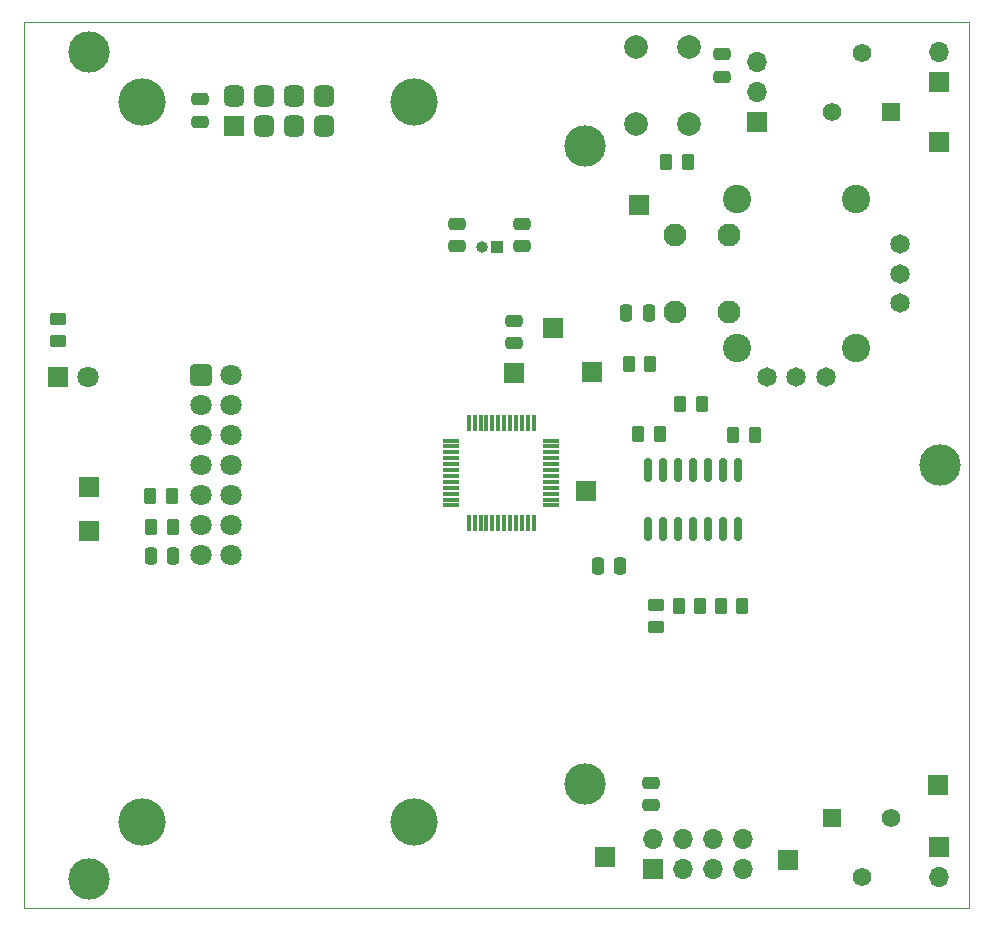
<source format=gbr>
%TF.GenerationSoftware,KiCad,Pcbnew,7.0.10*%
%TF.CreationDate,2025-03-18T10:51:51+01:00*%
%TF.ProjectId,maqueen,6d617175-6565-46e2-9e6b-696361645f70,rev?*%
%TF.SameCoordinates,Original*%
%TF.FileFunction,Profile,NP*%
%FSLAX46Y46*%
G04 Gerber Fmt 4.6, Leading zero omitted, Abs format (unit mm)*
G04 Created by KiCad (PCBNEW 7.0.10) date 2025-03-18 10:51:51*
%MOMM*%
%LPD*%
G01*
G04 APERTURE LIST*
G04 Aperture macros list*
%AMRoundRect*
0 Rectangle with rounded corners*
0 $1 Rounding radius*
0 $2 $3 $4 $5 $6 $7 $8 $9 X,Y pos of 4 corners*
0 Add a 4 corners polygon primitive as box body*
4,1,4,$2,$3,$4,$5,$6,$7,$8,$9,$2,$3,0*
0 Add four circle primitives for the rounded corners*
1,1,$1+$1,$2,$3*
1,1,$1+$1,$4,$5*
1,1,$1+$1,$6,$7*
1,1,$1+$1,$8,$9*
0 Add four rect primitives between the rounded corners*
20,1,$1+$1,$2,$3,$4,$5,0*
20,1,$1+$1,$4,$5,$6,$7,0*
20,1,$1+$1,$6,$7,$8,$9,0*
20,1,$1+$1,$8,$9,$2,$3,0*%
G04 Aperture macros list end*
%TA.AperFunction,Profile*%
%ADD10C,0.100000*%
%TD*%
%ADD11RoundRect,0.250000X-0.650000X0.650000X-0.650000X-0.650000X0.650000X-0.650000X0.650000X0.650000X0*%
%ADD12C,1.800000*%
%ADD13C,3.500000*%
%ADD14R,1.700000X1.700000*%
%ADD15C,1.650000*%
%ADD16C,1.950000*%
%ADD17C,2.400000*%
%ADD18O,1.700000X1.700000*%
%ADD19RoundRect,0.250000X0.250000X0.475000X-0.250000X0.475000X-0.250000X-0.475000X0.250000X-0.475000X0*%
%ADD20RoundRect,0.250000X-0.262500X-0.450000X0.262500X-0.450000X0.262500X0.450000X-0.262500X0.450000X0*%
%ADD21RoundRect,0.250000X0.475000X-0.250000X0.475000X0.250000X-0.475000X0.250000X-0.475000X-0.250000X0*%
%ADD22R,1.700000X1.800000*%
%ADD23RoundRect,0.425000X0.425000X-0.475000X0.425000X0.475000X-0.425000X0.475000X-0.425000X-0.475000X0*%
%ADD24C,4.000000*%
%ADD25C,2.000000*%
%ADD26RoundRect,0.250000X0.262500X0.450000X-0.262500X0.450000X-0.262500X-0.450000X0.262500X-0.450000X0*%
%ADD27RoundRect,0.250000X-0.250000X-0.475000X0.250000X-0.475000X0.250000X0.475000X-0.250000X0.475000X0*%
%ADD28R,1.560000X1.560000*%
%ADD29C,1.560000*%
%ADD30RoundRect,0.250000X0.450000X-0.262500X0.450000X0.262500X-0.450000X0.262500X-0.450000X-0.262500X0*%
%ADD31R,1.800000X1.800000*%
%ADD32RoundRect,0.250000X-0.475000X0.250000X-0.475000X-0.250000X0.475000X-0.250000X0.475000X0.250000X0*%
%ADD33RoundRect,0.150000X0.150000X-0.825000X0.150000X0.825000X-0.150000X0.825000X-0.150000X-0.825000X0*%
%ADD34R,1.000000X1.000000*%
%ADD35O,1.000000X1.000000*%
%ADD36R,0.300000X1.475000*%
%ADD37R,1.475000X0.300000*%
G04 APERTURE END LIST*
D10*
X109580000Y-62420000D02*
X189580000Y-62420000D01*
X189580000Y-137420000D01*
X109580000Y-137420000D01*
X109580000Y-62420000D01*
D11*
%TO.C,J1*%
X124540000Y-92300000D03*
D12*
X127080000Y-92300000D03*
X124540000Y-94840000D03*
X127080000Y-94840000D03*
X124540000Y-97380000D03*
X127080000Y-97380000D03*
X124540000Y-99920000D03*
X127080000Y-99920000D03*
X124540000Y-102460000D03*
X127080000Y-102460000D03*
X124540000Y-105000000D03*
X127080000Y-105000000D03*
X124540000Y-107540000D03*
X127080000Y-107540000D03*
D13*
X187080000Y-99920000D03*
X157080000Y-126920000D03*
X157080000Y-72920000D03*
X115080000Y-134920000D03*
X115080000Y-64920000D03*
%TD*%
D14*
%TO.C,SMCLK1*%
X157110000Y-102090000D03*
%TD*%
%TO.C,RST_TDO/TDI1*%
X161590000Y-77920000D03*
%TD*%
D15*
%TO.C,S1*%
X183690000Y-86190000D03*
X183690000Y-83690000D03*
X183690000Y-81190000D03*
X172460000Y-92420000D03*
X174960000Y-92420000D03*
X177460000Y-92420000D03*
D16*
X169210000Y-80440000D03*
X169210000Y-86940000D03*
X164710000Y-80440000D03*
X164710000Y-86940000D03*
D17*
X179960000Y-90015000D03*
X179960000Y-77365000D03*
X169960000Y-77365000D03*
X169960000Y-90015000D03*
%TD*%
D14*
%TO.C,UART_RX1*%
X174244000Y-133350000D03*
%TD*%
%TO.C,SCL_I2C1*%
X115040000Y-101760000D03*
%TD*%
%TO.C,R4*%
X187000000Y-67500000D03*
D18*
X187000000Y-64960000D03*
%TD*%
D19*
%TO.C,C7*%
X160050000Y-108420000D03*
X158150000Y-108420000D03*
%TD*%
D20*
%TO.C,R8*%
X168530000Y-111800000D03*
X170355000Y-111800000D03*
%TD*%
%TO.C,R5*%
X164990000Y-111790000D03*
X166815000Y-111790000D03*
%TD*%
D21*
%TO.C,C4*%
X162650000Y-128710000D03*
X162650000Y-126810000D03*
%TD*%
D14*
%TO.C,J2*%
X162814000Y-134112000D03*
D18*
X162814000Y-131572000D03*
X165354000Y-134112000D03*
X165354000Y-131572000D03*
X167894000Y-134112000D03*
X167894000Y-131572000D03*
X170434000Y-134112000D03*
X170434000Y-131572000D03*
%TD*%
D14*
%TO.C,ACLK1*%
X157640000Y-92060000D03*
%TD*%
D22*
%TO.C,LCD1*%
X127380000Y-71155000D03*
D23*
X127380000Y-68615000D03*
X129920000Y-71155000D03*
X129920000Y-68615000D03*
X132460000Y-71155000D03*
X132460000Y-68615000D03*
X135000000Y-71155000D03*
X135000000Y-68615000D03*
D24*
X142590000Y-69130000D03*
X142590000Y-130130000D03*
X119590000Y-130130000D03*
X119590000Y-69130000D03*
%TD*%
D14*
%TO.C,LDR2*%
X187060000Y-72530000D03*
%TD*%
D21*
%TO.C,C5*%
X124470000Y-70830000D03*
X124470000Y-68930000D03*
%TD*%
D25*
%TO.C,SW1*%
X161400000Y-71010000D03*
X161400000Y-64510000D03*
X165900000Y-71010000D03*
X165900000Y-64510000D03*
%TD*%
D26*
%TO.C,R13*%
X162602500Y-91330000D03*
X160777500Y-91330000D03*
%TD*%
D14*
%TO.C,uC_VCC1*%
X151010000Y-92140000D03*
%TD*%
D21*
%TO.C,C2*%
X151010000Y-89570000D03*
X151010000Y-87670000D03*
%TD*%
D14*
%TO.C,uC_GND1*%
X154370000Y-88260000D03*
%TD*%
D20*
%TO.C,R2*%
X120317500Y-105140000D03*
X122142500Y-105140000D03*
%TD*%
D14*
%TO.C,LDR1*%
X186940000Y-127000000D03*
%TD*%
D27*
%TO.C,C1*%
X160570000Y-87030000D03*
X162470000Y-87030000D03*
%TD*%
D20*
%TO.C,R11*%
X163937500Y-74250000D03*
X165762500Y-74250000D03*
%TD*%
D28*
%TO.C,RV2*%
X183000000Y-70000000D03*
D29*
X180500000Y-65000000D03*
X178000000Y-70000000D03*
%TD*%
D26*
%TO.C,R6*%
X166932500Y-94710000D03*
X165107500Y-94710000D03*
%TD*%
D14*
%TO.C,J3*%
X171650000Y-70840000D03*
D18*
X171650000Y-68300000D03*
X171650000Y-65760000D03*
%TD*%
D30*
%TO.C,R9*%
X163062500Y-113612500D03*
X163062500Y-111787500D03*
%TD*%
D31*
%TO.C,D1*%
X112450000Y-92420000D03*
D12*
X114990000Y-92420000D03*
%TD*%
D30*
%TO.C,R12*%
X112470000Y-89382500D03*
X112470000Y-87557500D03*
%TD*%
D14*
%TO.C,R1*%
X187000000Y-132225000D03*
D18*
X187000000Y-134765000D03*
%TD*%
D32*
%TO.C,C9*%
X168640000Y-65130000D03*
X168640000Y-67030000D03*
%TD*%
D33*
%TO.C,U1*%
X162370000Y-105275000D03*
X163640000Y-105275000D03*
X164910000Y-105275000D03*
X166180000Y-105275000D03*
X167450000Y-105275000D03*
X168720000Y-105275000D03*
X169990000Y-105275000D03*
X169990000Y-100325000D03*
X168720000Y-100325000D03*
X167450000Y-100325000D03*
X166180000Y-100325000D03*
X164910000Y-100325000D03*
X163640000Y-100325000D03*
X162370000Y-100325000D03*
%TD*%
D26*
%TO.C,R7*%
X171452500Y-97390000D03*
X169627500Y-97390000D03*
%TD*%
D14*
%TO.C,UART_TX1*%
X158750000Y-133096000D03*
%TD*%
D20*
%TO.C,R10*%
X161557500Y-97310000D03*
X163382500Y-97310000D03*
%TD*%
D28*
%TO.C,RV1*%
X178000000Y-129760000D03*
D29*
X180500000Y-134760000D03*
X183000000Y-129760000D03*
%TD*%
D20*
%TO.C,R3*%
X120267500Y-102510000D03*
X122092500Y-102510000D03*
%TD*%
D27*
%TO.C,C3*%
X120290000Y-107610000D03*
X122190000Y-107610000D03*
%TD*%
D14*
%TO.C,SDA_I2C1*%
X115020000Y-105500000D03*
%TD*%
D21*
%TO.C,Cload2*%
X146185000Y-81360000D03*
X146185000Y-79460000D03*
%TD*%
%TO.C,Cload1*%
X151745000Y-81360000D03*
X151745000Y-79460000D03*
%TD*%
D34*
%TO.C,Y1*%
X149615000Y-81420000D03*
D35*
X148345000Y-81420000D03*
%TD*%
D36*
%TO.C,IC1*%
X152710000Y-96332000D03*
X152210000Y-96332000D03*
X151710000Y-96332000D03*
X151210000Y-96332000D03*
X150710000Y-96332000D03*
X150210000Y-96332000D03*
X149710000Y-96332000D03*
X149210000Y-96332000D03*
X148710000Y-96332000D03*
X148210000Y-96332000D03*
X147710000Y-96332000D03*
X147210000Y-96332000D03*
D37*
X145722000Y-97820000D03*
X145722000Y-98320000D03*
X145722000Y-98820000D03*
X145722000Y-99320000D03*
X145722000Y-99820000D03*
X145722000Y-100320000D03*
X145722000Y-100820000D03*
X145722000Y-101320000D03*
X145722000Y-101820000D03*
X145722000Y-102320000D03*
X145722000Y-102820000D03*
X145722000Y-103320000D03*
D36*
X147210000Y-104808000D03*
X147710000Y-104808000D03*
X148210000Y-104808000D03*
X148710000Y-104808000D03*
X149210000Y-104808000D03*
X149710000Y-104808000D03*
X150210000Y-104808000D03*
X150710000Y-104808000D03*
X151210000Y-104808000D03*
X151710000Y-104808000D03*
X152210000Y-104808000D03*
X152710000Y-104808000D03*
D37*
X154198000Y-103320000D03*
X154198000Y-102820000D03*
X154198000Y-102320000D03*
X154198000Y-101820000D03*
X154198000Y-101320000D03*
X154198000Y-100820000D03*
X154198000Y-100320000D03*
X154198000Y-99820000D03*
X154198000Y-99320000D03*
X154198000Y-98820000D03*
X154198000Y-98320000D03*
X154198000Y-97820000D03*
%TD*%
M02*

</source>
